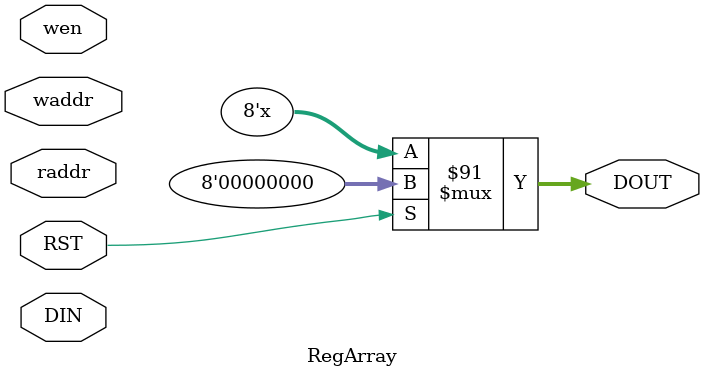
<source format=v>
`timescale 1ns / 1ps


module RegArray #(
    parameter WIDTH = 8,
    parameter DEPTH = 4
)(
//    input wire CLK,
    input wire RST,
    input wire [WIDTH - 1:0]DIN,
    input wire wen,
    input wire [$clog2(DEPTH) - 1:0]waddr,
    input wire [$clog2(DEPTH) - 1:0]raddr,
    output reg [WIDTH - 1:0]DOUT
    );
    reg [0:WIDTH - 1]reg_array[DEPTH - 1:0];
    always@(*) begin
        if(RST) DOUT = 0;
        else begin
            if(wen) begin
                reg_array[waddr] <= DIN;
                DOUT <= DOUT;
            end
            else DOUT <= reg_array[raddr];
        end
    end
endmodule

</source>
